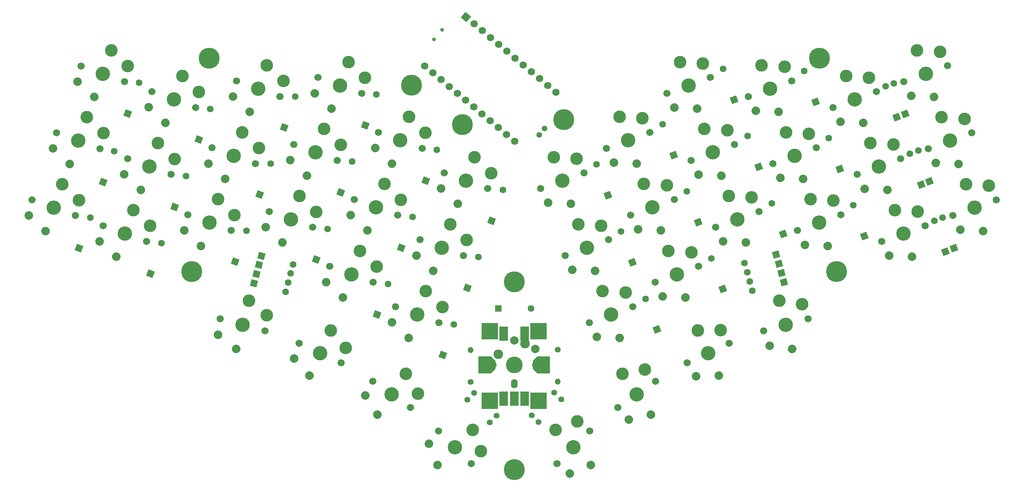
<source format=gts>
G04 #@! TF.GenerationSoftware,KiCad,Pcbnew,(6.0.0)*
G04 #@! TF.CreationDate,2023-05-15T23:43:16+03:00*
G04 #@! TF.ProjectId,choctopus44,63686f63-746f-4707-9573-34342e6b6963,2.0*
G04 #@! TF.SameCoordinates,Original*
G04 #@! TF.FileFunction,Soldermask,Top*
G04 #@! TF.FilePolarity,Negative*
%FSLAX46Y46*%
G04 Gerber Fmt 4.6, Leading zero omitted, Abs format (unit mm)*
G04 Created by KiCad (PCBNEW (6.0.0)) date 2023-05-15 23:43:16*
%MOMM*%
%LPD*%
G01*
G04 APERTURE LIST*
G04 Aperture macros list*
%AMHorizOval*
0 Thick line with rounded ends*
0 $1 width*
0 $2 $3 position (X,Y) of the first rounded end (center of the circle)*
0 $4 $5 position (X,Y) of the second rounded end (center of the circle)*
0 Add line between two ends*
20,1,$1,$2,$3,$4,$5,0*
0 Add two circle primitives to create the rounded ends*
1,1,$1,$2,$3*
1,1,$1,$4,$5*%
%AMRotRect*
0 Rectangle, with rotation*
0 The origin of the aperture is its center*
0 $1 length*
0 $2 width*
0 $3 Rotation angle, in degrees counterclockwise*
0 Add horizontal line*
21,1,$1,$2,0,0,$3*%
%AMOutline5P*
0 Free polygon, 5 corners , with rotation*
0 The origin of the aperture is its center*
0 number of corners: always 5*
0 $1 to $10 corner X, Y*
0 $11 Rotation angle, in degrees counterclockwise*
0 create outline with 5 corners*
4,1,5,$1,$2,$3,$4,$5,$6,$7,$8,$9,$10,$1,$2,$11*%
%AMOutline6P*
0 Free polygon, 6 corners , with rotation*
0 The origin of the aperture is its center*
0 number of corners: always 6*
0 $1 to $12 corner X, Y*
0 $13 Rotation angle, in degrees counterclockwise*
0 create outline with 6 corners*
4,1,6,$1,$2,$3,$4,$5,$6,$7,$8,$9,$10,$11,$12,$1,$2,$13*%
%AMOutline7P*
0 Free polygon, 7 corners , with rotation*
0 The origin of the aperture is its center*
0 number of corners: always 7*
0 $1 to $14 corner X, Y*
0 $15 Rotation angle, in degrees counterclockwise*
0 create outline with 7 corners*
4,1,7,$1,$2,$3,$4,$5,$6,$7,$8,$9,$10,$11,$12,$13,$14,$1,$2,$15*%
%AMOutline8P*
0 Free polygon, 8 corners , with rotation*
0 The origin of the aperture is its center*
0 number of corners: always 8*
0 $1 to $16 corner X, Y*
0 $17 Rotation angle, in degrees counterclockwise*
0 create outline with 8 corners*
4,1,8,$1,$2,$3,$4,$5,$6,$7,$8,$9,$10,$11,$12,$13,$14,$15,$16,$1,$2,$17*%
G04 Aperture macros list end*
%ADD10C,5.000000*%
%ADD11C,1.701800*%
%ADD12C,3.000000*%
%ADD13C,3.429000*%
%ADD14C,2.032000*%
%ADD15RotRect,1.600000X1.600000X250.000000*%
%ADD16C,1.600000*%
%ADD17RotRect,1.600000X1.600000X290.000000*%
%ADD18RotRect,1.600000X1.600000X165.000000*%
%ADD19RotRect,1.600000X1.600000X15.000000*%
%ADD20R,1.600000X1.600000*%
%ADD21C,1.350000*%
%ADD22HorizOval,1.350000X0.000000X0.000000X0.000000X0.000000X0*%
%ADD23Outline6P,-2.000000X2.000000X2.000000X2.000000X2.000000X-1.000000X1.000000X-2.000000X-1.000000X-2.000000X-2.000000X-1.000000X90.000000*%
%ADD24Outline6P,-2.000000X1.000000X-1.000000X2.000000X1.000000X2.000000X2.000000X1.000000X2.000000X-2.000000X-2.000000X-2.000000X90.000000*%
%ADD25R,4.000000X4.000000*%
%ADD26C,3.987800*%
%ADD27O,1.600000X2.200000*%
%ADD28R,2.000000X3.500000*%
%ADD29C,2.286000*%
%ADD30C,2.000000*%
%ADD31C,0.900000*%
%ADD32RotRect,1.752600X1.752600X320.000000*%
%ADD33C,1.752600*%
%ADD34C,1.400000*%
%ADD35HorizOval,1.400000X0.000000X0.000000X0.000000X0.000000X0*%
%ADD36O,1.400000X1.400000*%
%ADD37HorizOval,1.400000X0.000000X0.000000X0.000000X0.000000X0*%
%ADD38HorizOval,1.400000X0.000000X0.000000X0.000000X0.000000X0*%
G04 APERTURE END LIST*
D10*
X144660000Y-154500000D03*
D11*
X74683419Y-118509998D03*
D12*
X81535984Y-114186244D03*
X85796212Y-117605376D03*
D11*
X85308603Y-121357008D03*
D13*
X79996011Y-119933503D03*
D14*
X78468979Y-125632465D03*
X74182869Y-122309926D03*
D13*
X98457334Y-126665490D03*
D11*
X103442027Y-128989890D03*
D12*
X100971913Y-121272959D03*
D11*
X93472641Y-124341090D03*
D12*
X104573691Y-125379927D03*
D14*
X95963886Y-132012706D03*
X92319846Y-127996368D03*
D12*
X121730550Y-136304805D03*
D13*
X115483878Y-136508743D03*
D11*
X110978542Y-133354073D03*
D12*
X118896658Y-131634788D03*
D11*
X119989214Y-139663413D03*
D14*
X112099777Y-141341740D03*
X109208527Y-136753639D03*
D11*
X178334292Y-133355136D03*
D12*
X175773805Y-130570104D03*
D11*
X169323620Y-139664476D03*
D12*
X170416176Y-131635851D03*
D13*
X173828956Y-136509806D03*
D14*
X177213057Y-141342803D03*
X171912786Y-142490466D03*
D12*
X193808290Y-121154276D03*
D13*
X190861570Y-126666022D03*
D11*
X195846263Y-124341622D03*
X185876877Y-128990422D03*
D12*
X188346991Y-121273491D03*
D14*
X193355018Y-132013238D03*
X187935980Y-132223083D03*
D12*
X159640505Y-142969124D03*
X154549337Y-144949023D03*
D11*
X162645709Y-145267221D03*
D13*
X158756622Y-149156308D03*
D11*
X154867535Y-153045395D03*
D14*
X162928552Y-153328238D03*
X157908094Y-155378848D03*
D15*
X52694351Y-69518427D03*
D16*
X55362109Y-62188825D03*
D15*
X69632335Y-75734108D03*
D16*
X72300093Y-68404506D03*
D15*
X89878498Y-72805322D03*
D16*
X92546256Y-65475720D03*
D15*
X109211757Y-72306936D03*
D16*
X111879515Y-64977334D03*
D15*
X139300358Y-95085829D03*
D16*
X141968116Y-87756227D03*
D15*
X46778806Y-85852116D03*
D16*
X49446564Y-78522514D03*
D15*
X63866121Y-91764801D03*
D16*
X66533879Y-84435199D03*
D15*
X84061235Y-88808286D03*
D16*
X86728993Y-81478684D03*
D15*
X103389285Y-88339444D03*
D16*
X106057043Y-81009842D03*
D15*
X133471510Y-111096904D03*
D16*
X136139268Y-103767302D03*
D15*
X41066121Y-101664801D03*
D16*
X43733879Y-94335199D03*
D15*
X58066121Y-107764801D03*
D16*
X60733879Y-100435199D03*
D15*
X78228915Y-104839058D03*
D16*
X80896673Y-97509456D03*
D15*
X97549930Y-104379129D03*
D16*
X100217688Y-97049527D03*
D15*
X127650775Y-127119565D03*
D16*
X130318533Y-119789963D03*
D17*
X166952738Y-88987158D03*
D16*
X164284980Y-81657556D03*
D17*
X182647467Y-79406241D03*
D16*
X179979709Y-72076639D03*
D17*
X216374598Y-66706651D03*
D16*
X213706840Y-59377049D03*
D17*
X235733879Y-70364801D03*
D16*
X233066121Y-63035199D03*
D17*
X237721194Y-69652116D03*
D16*
X235053436Y-62322514D03*
D17*
X172781584Y-104998233D03*
D16*
X170113826Y-97668631D03*
D17*
X188454881Y-95410941D03*
D16*
X185787123Y-88081339D03*
D17*
X222191860Y-82709615D03*
D16*
X219524102Y-75380013D03*
D17*
X241521194Y-86452116D03*
D16*
X238853436Y-79122514D03*
D17*
X243527129Y-85701501D03*
D16*
X240859371Y-78371899D03*
D17*
X178606410Y-121025080D03*
D16*
X175938652Y-113695478D03*
D17*
X194268671Y-111394209D03*
D16*
X191600913Y-104064607D03*
D17*
X228024180Y-98740387D03*
D16*
X225356422Y-91410785D03*
D17*
X247333879Y-102464801D03*
D16*
X244666121Y-95135199D03*
D17*
X249333879Y-101664801D03*
D16*
X246666121Y-94335199D03*
D18*
X82680593Y-110028259D03*
D16*
X90214815Y-112047047D03*
D18*
X83280593Y-107828259D03*
D16*
X90814815Y-109847047D03*
D18*
X83880593Y-105628259D03*
D16*
X91414815Y-107647047D03*
D19*
X206967111Y-103190606D03*
D16*
X199432889Y-105209394D03*
D19*
X207667111Y-105390606D03*
D16*
X200132889Y-107409394D03*
D15*
X111984423Y-117492880D03*
D16*
X114652181Y-110163278D03*
D15*
X123605628Y-85504912D03*
D16*
X126273386Y-78175310D03*
D15*
X117798213Y-101509612D03*
D16*
X120465971Y-94180010D03*
D10*
X144660000Y-109680000D03*
D17*
X208697866Y-98281393D03*
D16*
X206030108Y-90951791D03*
D17*
X202863810Y-82240773D03*
D16*
X200196052Y-74911171D03*
D17*
X197041338Y-66208265D03*
D16*
X194373580Y-58878663D03*
D12*
X213185301Y-115017425D03*
X207786270Y-114186483D03*
D11*
X204013651Y-121357247D03*
X214638835Y-118510237D03*
D13*
X209326243Y-119933742D03*
D14*
X210853275Y-125632704D03*
X205480126Y-124898355D03*
D19*
X208267111Y-107590606D03*
D16*
X200732889Y-109609394D03*
D19*
X208867111Y-109790606D03*
D16*
X201332889Y-111809394D03*
D20*
X140850000Y-116000000D03*
D16*
X148650000Y-116000000D03*
D12*
X136749816Y-150039690D03*
X134769917Y-144948522D03*
D13*
X130562632Y-149155807D03*
D11*
X134451719Y-153044894D03*
X126673545Y-145266720D03*
D14*
X126390702Y-153327737D03*
X124340092Y-148307279D03*
D18*
X84480593Y-103490606D03*
D16*
X92014815Y-105509394D03*
D10*
X217300000Y-56300000D03*
X72020000Y-56300000D03*
D21*
X151885575Y-73067911D03*
D22*
X150600000Y-74600000D03*
D12*
X93570018Y-89176342D03*
D13*
X91534998Y-94767513D03*
D11*
X86366689Y-92886402D03*
D12*
X97516037Y-92953766D03*
D11*
X96703307Y-96648624D03*
D14*
X89517079Y-100311699D03*
X85536858Y-96628244D03*
D13*
X57810517Y-82168965D03*
D12*
X63791556Y-80355218D03*
X59845537Y-76577794D03*
D11*
X62978826Y-84050076D03*
X52642208Y-80287854D03*
D14*
X55792598Y-87713151D03*
X51812377Y-84029696D03*
D13*
X254236541Y-91981441D03*
D11*
X259404850Y-90100330D03*
D12*
X257652429Y-86747493D03*
X252201521Y-86390270D03*
D11*
X249068232Y-93862552D03*
D14*
X256254460Y-97525627D03*
X250837754Y-97262374D03*
D13*
X35081289Y-91987684D03*
D11*
X40249598Y-93868795D03*
X29912980Y-90106573D03*
D12*
X37116309Y-86396513D03*
X41062328Y-90173937D03*
D14*
X33063370Y-97531870D03*
X29083149Y-93848415D03*
D12*
X234925594Y-76935352D03*
D11*
X226341397Y-84050411D03*
D12*
X229474686Y-76578129D03*
D11*
X236678015Y-80288189D03*
D13*
X231509706Y-82169300D03*
D14*
X233527625Y-87713486D03*
X228110919Y-87450233D03*
D11*
X216579363Y-77696344D03*
D13*
X211411054Y-79577455D03*
D12*
X209376034Y-73986284D03*
X214826942Y-74343507D03*
D11*
X206242745Y-81458566D03*
D14*
X213428973Y-85121641D03*
X208012267Y-84858388D03*
D11*
X77263136Y-97433005D03*
D13*
X72094827Y-95551894D03*
D12*
X78075866Y-93738147D03*
D11*
X66926518Y-93670783D03*
D12*
X74129847Y-89960723D03*
D14*
X70076908Y-101096080D03*
X66096687Y-97412625D03*
D11*
X46063941Y-77894020D03*
D12*
X42930652Y-70421738D03*
D11*
X35727323Y-74131798D03*
D12*
X46876671Y-74199162D03*
D13*
X40895632Y-76012909D03*
D14*
X38877713Y-81557095D03*
X34897492Y-77873640D03*
D11*
X182750744Y-90008954D03*
D13*
X177582435Y-91890065D03*
D11*
X172414126Y-93771176D03*
D12*
X180998323Y-86656117D03*
X175547415Y-86298894D03*
D14*
X179600354Y-97434251D03*
X174183648Y-97170998D03*
D12*
X246023744Y-54797944D03*
X240572836Y-54440721D03*
D11*
X247776165Y-58150781D03*
X237439547Y-61913003D03*
D13*
X242607856Y-60031892D03*
D14*
X244625775Y-65576078D03*
X239209069Y-65312825D03*
D13*
X161929240Y-101511962D03*
D11*
X156760931Y-103393073D03*
D12*
X159894220Y-95920791D03*
D11*
X167097549Y-99630851D03*
D12*
X165345128Y-96278014D03*
D14*
X163947159Y-107056148D03*
X158530453Y-106792895D03*
D12*
X165708563Y-111895565D03*
D11*
X162575274Y-119367847D03*
D13*
X167743583Y-117486736D03*
D11*
X172911892Y-115605625D03*
D12*
X171159471Y-112252788D03*
D14*
X169761502Y-123030922D03*
X164344796Y-122767669D03*
D11*
X100755137Y-105983394D03*
D13*
X105923446Y-107864505D03*
D11*
X111091755Y-109745616D03*
D12*
X111904485Y-106050758D03*
X107958466Y-102273334D03*
D14*
X103905527Y-113408691D03*
X99925306Y-109725236D03*
D10*
X221400000Y-107200000D03*
D12*
X83890208Y-77763373D03*
D11*
X72740860Y-77696009D03*
D12*
X79944189Y-73985949D03*
D11*
X83077478Y-81458231D03*
D13*
X77909169Y-79577120D03*
D14*
X75891250Y-85121306D03*
X71911029Y-81437851D03*
D13*
X97349340Y-78792739D03*
D12*
X99384360Y-73201568D03*
D11*
X102517649Y-80673850D03*
D12*
X103330379Y-76978992D03*
D11*
X92181031Y-76911628D03*
D14*
X95331421Y-84336925D03*
X91351200Y-80653470D03*
D11*
X122222674Y-99630517D03*
D12*
X129426003Y-95920457D03*
D11*
X132559292Y-103392739D03*
D13*
X127390983Y-101511628D03*
D12*
X133372022Y-99697881D03*
D14*
X125373064Y-107055814D03*
X121392843Y-103372359D03*
D13*
X103163682Y-62817964D03*
D12*
X109144721Y-61004217D03*
D11*
X97995373Y-60936853D03*
D12*
X105198702Y-57226793D03*
D11*
X108331991Y-64699075D03*
D14*
X101145763Y-68362150D03*
X97165542Y-64678695D03*
D11*
X41541665Y-58157024D03*
D13*
X46709974Y-60038135D03*
D12*
X48744994Y-54446964D03*
X52691013Y-58224388D03*
D11*
X51878283Y-61919246D03*
D14*
X44692055Y-65582321D03*
X40711834Y-61898866D03*
D11*
X112383822Y-74033845D03*
X122720440Y-77796067D03*
D13*
X117552131Y-75914956D03*
D12*
X123533170Y-74101209D03*
X119587151Y-70323785D03*
D14*
X115534212Y-81459142D03*
X111553991Y-77775687D03*
D12*
X220641284Y-90318282D03*
X215190376Y-89961059D03*
D11*
X212057087Y-97433341D03*
X222393705Y-93671119D03*
D13*
X217225396Y-95552230D03*
D14*
X219243315Y-101096416D03*
X213826609Y-100833163D03*
D12*
X181361758Y-102273669D03*
X186812666Y-102630892D03*
D13*
X183396778Y-107864840D03*
D11*
X178228469Y-109745951D03*
X188565087Y-105983729D03*
D14*
X185414697Y-113409026D03*
X179997991Y-113145773D03*
D12*
X189571830Y-57583576D03*
D11*
X191324251Y-60936413D03*
X180987633Y-64698635D03*
D13*
X186155942Y-62817524D03*
D12*
X184120922Y-57226353D03*
D14*
X188173861Y-68361710D03*
X182757155Y-68098457D03*
D12*
X85758532Y-58011174D03*
X89704551Y-61788598D03*
D11*
X78555203Y-61721234D03*
X88891821Y-65483456D03*
D13*
X83723512Y-63602345D03*
D14*
X81705593Y-69146531D03*
X77725372Y-65463076D03*
D11*
X230863672Y-64313414D03*
X220527054Y-68075636D03*
D12*
X229111251Y-60960577D03*
X223660343Y-60603354D03*
D13*
X225695363Y-66194525D03*
D14*
X227713282Y-71738711D03*
X222296576Y-71475458D03*
D10*
X156500000Y-71000000D03*
D23*
X138160000Y-129500000D03*
D24*
X151160000Y-129500000D03*
D25*
X150460000Y-138000000D03*
X138860000Y-138000000D03*
D11*
X149740000Y-129500000D03*
D25*
X150460000Y-121400000D03*
X138860000Y-121400000D03*
D11*
X139580000Y-129500000D03*
D26*
X144660000Y-129500000D03*
D27*
X144660000Y-134000000D03*
D28*
X142160000Y-137500000D03*
X147160000Y-137500000D03*
X144660000Y-137500000D03*
D29*
X147200000Y-124420000D03*
D30*
X149660000Y-125700000D03*
D28*
X147160000Y-122000000D03*
D29*
X140850000Y-126960000D03*
D30*
X144660000Y-123600000D03*
D28*
X142160000Y-122000000D03*
D12*
X201200515Y-89533125D03*
D11*
X192616318Y-96648184D03*
D12*
X195749607Y-89175902D03*
D11*
X202952936Y-92885962D03*
D13*
X197784627Y-94767073D03*
D14*
X199802546Y-100311259D03*
X194385840Y-100048006D03*
D12*
X123611661Y-111895231D03*
D13*
X121576641Y-117486402D03*
D12*
X127557680Y-115672655D03*
D11*
X116408332Y-115605291D03*
X126744950Y-119367513D03*
D14*
X119558722Y-123030588D03*
X115578501Y-119347133D03*
D12*
X117718828Y-90075983D03*
D13*
X111737789Y-91889730D03*
D11*
X106569480Y-90008619D03*
X116906098Y-93770841D03*
D12*
X113772809Y-86298559D03*
D14*
X109719870Y-97433916D03*
X105739649Y-93750461D03*
D12*
X251838086Y-70772718D03*
D11*
X253590507Y-74125555D03*
D12*
X246387178Y-70415495D03*
D11*
X243253889Y-77887777D03*
D13*
X248422198Y-76006666D03*
D14*
X250440117Y-81550852D03*
X245023411Y-81287599D03*
D11*
X57164483Y-100024851D03*
D12*
X54031194Y-92552569D03*
X57977213Y-96329993D03*
D11*
X46827865Y-96262629D03*
D13*
X51996174Y-98143740D03*
D14*
X49978255Y-103687926D03*
X45998034Y-100004471D03*
D12*
X175183981Y-70681343D03*
D13*
X171768093Y-75915291D03*
D12*
X169733073Y-70324120D03*
D11*
X166599784Y-77796402D03*
X176936402Y-74034180D03*
D14*
X173786012Y-81459477D03*
X168369306Y-81196224D03*
D12*
X135240346Y-79945682D03*
D11*
X138373635Y-87417964D03*
D12*
X139186365Y-83723106D03*
D13*
X133205326Y-85536853D03*
D11*
X128037017Y-83655742D03*
D14*
X131187407Y-91081039D03*
X127207186Y-87397584D03*
D13*
X63624859Y-66194191D03*
D12*
X69605898Y-64380444D03*
D11*
X68793168Y-68075302D03*
D12*
X65659879Y-60603020D03*
D11*
X58456550Y-64313080D03*
D14*
X61606940Y-71738377D03*
X57626719Y-68054922D03*
D12*
X189935264Y-73201127D03*
D11*
X197138593Y-76911187D03*
D12*
X195386172Y-73558350D03*
D11*
X186801975Y-80673409D03*
D13*
X191970284Y-78792298D03*
D14*
X193988203Y-84336484D03*
X188571497Y-84073231D03*
D12*
X240739936Y-92910126D03*
D11*
X242492357Y-96262963D03*
D13*
X237324048Y-98144074D03*
D12*
X235289028Y-92552903D03*
D11*
X232155739Y-100025185D03*
D14*
X239341967Y-103688260D03*
X233925261Y-103425007D03*
D10*
X120250000Y-62750000D03*
X132300000Y-72200000D03*
D12*
X203561691Y-58011510D03*
X209012599Y-58368733D03*
D11*
X210765020Y-61721570D03*
D13*
X205596711Y-63602681D03*
D11*
X200428402Y-65483792D03*
D14*
X207614630Y-69146867D03*
X202197924Y-68883614D03*
D11*
X150946589Y-87418298D03*
D12*
X159530786Y-80303239D03*
D13*
X156114898Y-85537187D03*
D11*
X161283207Y-83656076D03*
D12*
X154079878Y-79946016D03*
D14*
X158132817Y-91081373D03*
X152716111Y-90818120D03*
D31*
X127511387Y-49543227D03*
X125583024Y-51841361D03*
D32*
X133169278Y-46499339D03*
D33*
X135115031Y-48132020D03*
X137060783Y-49764700D03*
X139006536Y-51397381D03*
X140952289Y-53030062D03*
X142898042Y-54662742D03*
X144843795Y-56295423D03*
X146789548Y-57928103D03*
X148735301Y-59560784D03*
X150681054Y-61193464D03*
X152626807Y-62826145D03*
X154572559Y-64458825D03*
X144776476Y-76133343D03*
X142830723Y-74500662D03*
X140884971Y-72867982D03*
X138939218Y-71235301D03*
X136993465Y-69602620D03*
X135047712Y-67969940D03*
X133101959Y-66337259D03*
X131156206Y-64704579D03*
X129210453Y-63071898D03*
X127264700Y-61439218D03*
X125318947Y-59806537D03*
X123373195Y-58173857D03*
D34*
X133488058Y-137806452D03*
D35*
X138876212Y-143194606D03*
D34*
X155003541Y-125880317D03*
D36*
X155003541Y-133500317D03*
D34*
X134296459Y-133519683D03*
D36*
X134296459Y-125899683D03*
D34*
X135101580Y-136196572D03*
D35*
X140489734Y-141584726D03*
D34*
X155829774Y-137727926D03*
D37*
X150441620Y-143116080D03*
D34*
X148796572Y-141498420D03*
D38*
X154184726Y-136110266D03*
D10*
X67920000Y-107200000D03*
M02*

</source>
